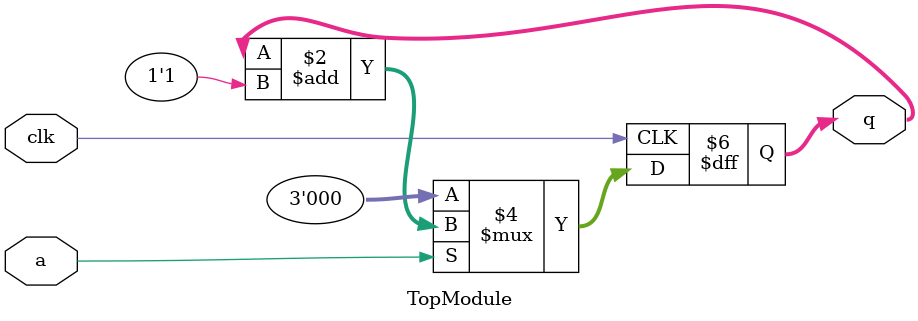
<source format=sv>

module TopModule (
  input clk,
  input a,
  output reg [2:0] q
);
always @(posedge clk) begin
    if (a)
        q <= q + 1'b1;
    else
        q <= 3'b000;
end

endmodule

</source>
